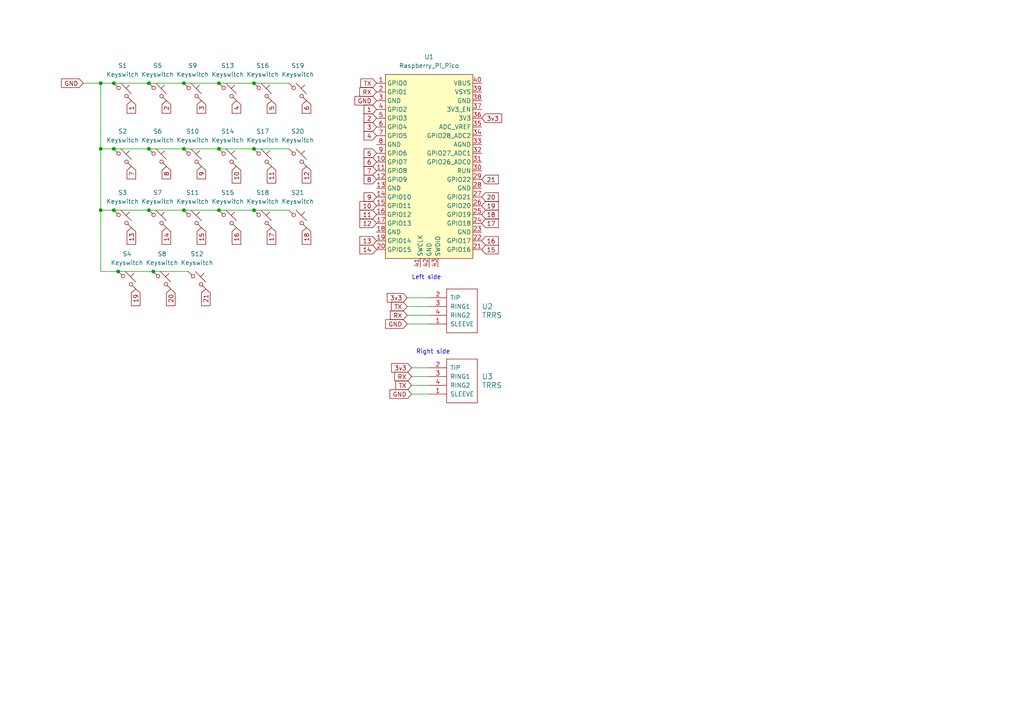
<source format=kicad_sch>
(kicad_sch (version 20231120) (generator "eeschema") (generator_version "8.0")
  (paper "A4")
  (lib_symbols
    (symbol "ScottoKeebs:MCU_Raspberry_Pi_Pico"
      (property "Reference" "U" (at 0 0 0))
      (property "Value" "Raspberry_Pi_Pico" (at 0 27.94 0))
      (symbol "MCU_Raspberry_Pi_Pico_0_1"
        (rectangle (start -12.7 26.67) (end 12.7 -26.67) (fill (type background)))
      )
      (symbol "MCU_Raspberry_Pi_Pico_1_1"
        (pin bidirectional line (at -15.24 24.13 0) (length 2.54) (name "GPIO0") (number "1"))
        (pin bidirectional line (at -15.24 1.27 0) (length 2.54) (name "GPIO7") (number "10"))
        (pin bidirectional line (at -15.24 -1.27 0) (length 2.54) (name "GPIO8") (number "11"))
        (pin bidirectional line (at -15.24 -3.81 0) (length 2.54) (name "GPIO9") (number "12"))
        (pin power_in line (at -15.24 -6.35 0) (length 2.54) (name "GND") (number "13"))
        (pin bidirectional line (at -15.24 -8.89 0) (length 2.54) (name "GPIO10") (number "14"))
        (pin bidirectional line (at -15.24 -11.43 0) (length 2.54) (name "GPIO11") (number "15"))
        (pin bidirectional line (at -15.24 -13.97 0) (length 2.54) (name "GPIO12") (number "16"))
        (pin bidirectional line (at -15.24 -16.51 0) (length 2.54) (name "GPIO13") (number "17"))
        (pin power_in line (at -15.24 -19.05 0) (length 2.54) (name "GND") (number "18"))
        (pin bidirectional line (at -15.24 -21.59 0) (length 2.54) (name "GPIO14") (number "19"))
        (pin bidirectional line (at -15.24 21.59 0) (length 2.54) (name "GPIO1") (number "2"))
        (pin bidirectional line (at -15.24 -24.13 0) (length 2.54) (name "GPIO15") (number "20"))
        (pin bidirectional line (at 15.24 -24.13 180) (length 2.54) (name "GPIO16") (number "21"))
        (pin bidirectional line (at 15.24 -21.59 180) (length 2.54) (name "GPIO17") (number "22"))
        (pin power_in line (at 15.24 -19.05 180) (length 2.54) (name "GND") (number "23"))
        (pin bidirectional line (at 15.24 -16.51 180) (length 2.54) (name "GPIO18") (number "24"))
        (pin bidirectional line (at 15.24 -13.97 180) (length 2.54) (name "GPIO19") (number "25"))
        (pin bidirectional line (at 15.24 -11.43 180) (length 2.54) (name "GPIO20") (number "26"))
        (pin bidirectional line (at 15.24 -8.89 180) (length 2.54) (name "GPIO21") (number "27"))
        (pin power_in line (at 15.24 -6.35 180) (length 2.54) (name "GND") (number "28"))
        (pin bidirectional line (at 15.24 -3.81 180) (length 2.54) (name "GPIO22") (number "29"))
        (pin power_in line (at -15.24 19.05 0) (length 2.54) (name "GND") (number "3"))
        (pin input line (at 15.24 -1.27 180) (length 2.54) (name "RUN") (number "30"))
        (pin bidirectional line (at 15.24 1.27 180) (length 2.54) (name "GPIO26_ADC0") (number "31"))
        (pin bidirectional line (at 15.24 3.81 180) (length 2.54) (name "GPIO27_ADC1") (number "32"))
        (pin power_in line (at 15.24 6.35 180) (length 2.54) (name "AGND") (number "33"))
        (pin bidirectional line (at 15.24 8.89 180) (length 2.54) (name "GPIO28_ADC2") (number "34"))
        (pin power_in line (at 15.24 11.43 180) (length 2.54) (name "ADC_VREF") (number "35"))
        (pin power_in line (at 15.24 13.97 180) (length 2.54) (name "3V3") (number "36"))
        (pin input line (at 15.24 16.51 180) (length 2.54) (name "3V3_EN") (number "37"))
        (pin bidirectional line (at 15.24 19.05 180) (length 2.54) (name "GND") (number "38"))
        (pin power_in line (at 15.24 21.59 180) (length 2.54) (name "VSYS") (number "39"))
        (pin bidirectional line (at -15.24 16.51 0) (length 2.54) (name "GPIO2") (number "4"))
        (pin power_in line (at 15.24 24.13 180) (length 2.54) (name "VBUS") (number "40"))
        (pin input line (at -2.54 -29.21 90) (length 2.54) (name "SWCLK") (number "41"))
        (pin power_in line (at 0 -29.21 90) (length 2.54) (name "GND") (number "42"))
        (pin bidirectional line (at 2.54 -29.21 90) (length 2.54) (name "SWDIO") (number "43"))
        (pin bidirectional line (at -15.24 13.97 0) (length 2.54) (name "GPIO3") (number "5"))
        (pin bidirectional line (at -15.24 11.43 0) (length 2.54) (name "GPIO4") (number "6"))
        (pin bidirectional line (at -15.24 8.89 0) (length 2.54) (name "GPIO5") (number "7"))
        (pin power_in line (at -15.24 6.35 0) (length 2.54) (name "GND") (number "8"))
        (pin bidirectional line (at -15.24 3.81 0) (length 2.54) (name "GPIO6") (number "9"))
      )
    )
    (symbol "ScottoKeebs:Placeholder_Keyswitch" (pin_numbers hide) (pin_names (offset 1.016) hide)
      (property "Reference" "S" (at 3.048 1.016 0))
      (property "Value" "Keyswitch" (at 0 -3.81 0))
      (symbol "Placeholder_Keyswitch_0_1"
        (circle (center -1.1684 1.1684) (radius 0.508))
        (polyline (pts (xy -0.508 2.54) (xy 2.54 -0.508)))
        (polyline (pts (xy 1.016 1.016) (xy 2.032 2.032)))
        (polyline (pts (xy -2.54 2.54) (xy -1.524 1.524) (xy -1.524 1.524)))
        (polyline (pts (xy 1.524 -1.524) (xy 2.54 -2.54) (xy 2.54 -2.54) (xy 2.54 -2.54)))
        (circle (center 1.143 -1.1938) (radius 0.508))
        (pin passive line (at -2.54 2.54 0) (length 0) (name "1") (number "1"))
        (pin passive line (at 2.54 -2.54 180) (length 0) (name "2") (number "2"))
      )
    )
    (symbol "ScottoKeebs:Placeholder_TRRS" (pin_names (offset 1.016))
      (property "Reference" "U" (at 0 15.24 0))
      (property "Value" "TRRS" (at 0 -2.54 0))
      (symbol "Placeholder_TRRS_0_1"
        (rectangle (start -3.81 0) (end -3.81 12.7))
        (rectangle (start -3.81 0) (end 5.08 0))
        (rectangle (start -3.81 12.7) (end 5.08 12.7))
        (rectangle (start 5.08 12.7) (end 5.08 0))
      )
      (symbol "Placeholder_TRRS_1_1"
        (pin input line (at -8.89 2.54 0) (length 5.08) (name "SLEEVE") (number "1"))
        (pin input line (at -8.89 10.16 0) (length 5.08) (name "TIP") (number "2"))
        (pin input line (at -8.89 7.62 0) (length 5.08) (name "RING1") (number "3"))
        (pin input line (at -8.89 5.08 0) (length 5.08) (name "RING2") (number "4"))
      )
    )
  )
  (junction (at 44.45 78.74))
  (junction (at 29.21 24.13))
  (junction (at 73.66 43.18))
  (junction (at 29.21 60.96))
  (junction (at 73.66 60.96))
  (junction (at 53.34 43.18))
  (junction (at 63.5 24.13))
  (junction (at 53.34 24.13))
  (junction (at 43.18 60.96))
  (junction (at 63.5 60.96))
  (junction (at 63.5 43.18))
  (junction (at 33.02 60.96))
  (junction (at 33.02 24.13))
  (junction (at 73.66 24.13))
  (junction (at 43.18 43.18))
  (junction (at 29.21 43.18))
  (junction (at 53.34 60.96))
  (junction (at 43.18 24.13))
  (junction (at 34.29 78.74))
  (junction (at 33.02 43.18))
  (wire (pts (xy 29.21 78.74) (xy 34.29 78.74)))
  (wire (pts (xy 29.21 60.96) (xy 33.02 60.96)))
  (wire (pts (xy 53.34 60.96) (xy 63.5 60.96)))
  (wire (pts (xy 33.02 43.18) (xy 43.18 43.18)))
  (wire (pts (xy 43.18 60.96) (xy 53.34 60.96)))
  (wire (pts (xy 53.34 24.13) (xy 63.5 24.13)))
  (wire (pts (xy 124.46 111.76) (xy 119.38 111.76)))
  (wire (pts (xy 63.5 24.13) (xy 73.66 24.13)))
  (wire (pts (xy 53.34 43.18) (xy 63.5 43.18)))
  (wire (pts (xy 73.66 43.18) (xy 83.82 43.18)))
  (wire (pts (xy 63.5 60.96) (xy 73.66 60.96)))
  (wire (pts (xy 29.21 43.18) (xy 29.21 60.96)))
  (wire (pts (xy 29.21 43.18) (xy 29.21 24.13)))
  (wire (pts (xy 124.46 109.22) (xy 119.38 109.22)))
  (wire (pts (xy 34.29 78.74) (xy 44.45 78.74)))
  (wire (pts (xy 73.66 60.96) (xy 83.82 60.96)))
  (wire (pts (xy 124.46 114.3) (xy 119.38 114.3)))
  (wire (pts (xy 24.13 24.13) (xy 29.21 24.13)))
  (wire (pts (xy 33.02 24.13) (xy 43.18 24.13)))
  (wire (pts (xy 73.66 24.13) (xy 83.82 24.13)))
  (wire (pts (xy 29.21 60.96) (xy 29.21 78.74)))
  (wire (pts (xy 33.02 60.96) (xy 43.18 60.96)))
  (wire (pts (xy 43.18 24.13) (xy 53.34 24.13)))
  (wire (pts (xy 124.46 86.36) (xy 118.11 86.36)))
  (wire (pts (xy 43.18 43.18) (xy 53.34 43.18)))
  (wire (pts (xy 124.46 88.9) (xy 118.11 88.9)))
  (wire (pts (xy 33.02 43.18) (xy 29.21 43.18)))
  (wire (pts (xy 124.46 106.68) (xy 119.38 106.68)))
  (wire (pts (xy 124.46 93.98) (xy 118.11 93.98)))
  (wire (pts (xy 124.46 91.44) (xy 118.11 91.44)))
  (wire (pts (xy 63.5 43.18) (xy 73.66 43.18)))
  (wire (pts (xy 44.45 78.74) (xy 54.61 78.74)))
  (wire (pts (xy 29.21 24.13) (xy 33.02 24.13)))
  (text "Right side" (at 120.65 102.87 0) (effects (font (size 1.27 1.27)) (justify left bottom)))
  (text "Left side" (at 119.38 81.28 0) (effects (font (size 1.27 1.27)) (justify left bottom)))
  (global_label "9" (shape input) (at 58.42 48.26 270) (property "Intersheetrefs" "${INTERSHEET_REFS}" (effects (hide yes))))
  (global_label "17" (shape input) (at 78.74 66.04 270) (property "Intersheetrefs" "${INTERSHEET_REFS}" (effects (hide yes))))
  (global_label "6" (shape input) (at 88.9 29.21 270) (property "Intersheetrefs" "${INTERSHEET_REFS}" (effects (hide yes))))
  (global_label "3v3" (shape input) (at 139.7 34.29 0) (property "Intersheetrefs" "${INTERSHEET_REFS}" (effects (hide yes))))
  (global_label "GND" (shape input) (at 118.11 93.98 180) (property "Intersheetrefs" "${INTERSHEET_REFS}" (effects (hide yes))))
  (global_label "19" (shape input) (at 39.37 83.82 270) (property "Intersheetrefs" "${INTERSHEET_REFS}" (effects (hide yes))))
  (global_label "3" (shape input) (at 58.42 29.21 270) (property "Intersheetrefs" "${INTERSHEET_REFS}" (effects (hide yes))))
  (global_label "6" (shape input) (at 109.22 46.99 180) (property "Intersheetrefs" "${INTERSHEET_REFS}" (effects (hide yes))))
  (global_label "10" (shape input) (at 109.22 59.69 180) (property "Intersheetrefs" "${INTERSHEET_REFS}" (effects (hide yes))))
  (global_label "RX" (shape input) (at 109.22 26.67 180) (property "Intersheetrefs" "${INTERSHEET_REFS}" (effects (hide yes))))
  (global_label "15" (shape input) (at 139.7 72.39 0) (property "Intersheetrefs" "${INTERSHEET_REFS}" (effects (hide yes))))
  (global_label "8" (shape input) (at 48.26 48.26 270) (property "Intersheetrefs" "${INTERSHEET_REFS}" (effects (hide yes))))
  (global_label "16" (shape input) (at 68.58 66.04 270) (property "Intersheetrefs" "${INTERSHEET_REFS}" (effects (hide yes))))
  (global_label "14" (shape input) (at 109.22 72.39 180) (property "Intersheetrefs" "${INTERSHEET_REFS}" (effects (hide yes))))
  (global_label "19" (shape input) (at 139.7 59.69 0) (property "Intersheetrefs" "${INTERSHEET_REFS}" (effects (hide yes))))
  (global_label "20" (shape input) (at 139.7 57.15 0) (property "Intersheetrefs" "${INTERSHEET_REFS}" (effects (hide yes))))
  (global_label "GND" (shape input) (at 119.38 114.3 180) (property "Intersheetrefs" "${INTERSHEET_REFS}" (effects (hide yes))))
  (global_label "GND" (shape input) (at 109.22 29.21 180) (property "Intersheetrefs" "${INTERSHEET_REFS}" (effects (hide yes))))
  (global_label "2" (shape input) (at 48.26 29.21 270) (property "Intersheetrefs" "${INTERSHEET_REFS}" (effects (hide yes))))
  (global_label "RX" (shape input) (at 119.38 109.22 180) (property "Intersheetrefs" "${INTERSHEET_REFS}" (effects (hide yes))))
  (global_label "RX" (shape input) (at 118.11 91.44 180) (property "Intersheetrefs" "${INTERSHEET_REFS}" (effects (hide yes))))
  (global_label "15" (shape input) (at 58.42 66.04 270) (property "Intersheetrefs" "${INTERSHEET_REFS}" (effects (hide yes))))
  (global_label "21" (shape input) (at 139.7 52.07 0) (property "Intersheetrefs" "${INTERSHEET_REFS}" (effects (hide yes))))
  (global_label "1" (shape input) (at 38.1 29.21 270) (property "Intersheetrefs" "${INTERSHEET_REFS}" (effects (hide yes))))
  (global_label "3v3" (shape input) (at 119.38 106.68 180) (property "Intersheetrefs" "${INTERSHEET_REFS}" (effects (hide yes))))
  (global_label "12" (shape input) (at 109.22 64.77 180) (property "Intersheetrefs" "${INTERSHEET_REFS}" (effects (hide yes))))
  (global_label "4" (shape input) (at 68.58 29.21 270) (property "Intersheetrefs" "${INTERSHEET_REFS}" (effects (hide yes))))
  (global_label "8" (shape input) (at 109.22 52.07 180) (property "Intersheetrefs" "${INTERSHEET_REFS}" (effects (hide yes))))
  (global_label "TX" (shape input) (at 119.38 111.76 180) (property "Intersheetrefs" "${INTERSHEET_REFS}" (effects (hide yes))))
  (global_label "18" (shape input) (at 88.9 66.04 270) (property "Intersheetrefs" "${INTERSHEET_REFS}" (effects (hide yes))))
  (global_label "17" (shape input) (at 139.7 64.77 0) (property "Intersheetrefs" "${INTERSHEET_REFS}" (effects (hide yes))))
  (global_label "3" (shape input) (at 109.22 36.83 180) (property "Intersheetrefs" "${INTERSHEET_REFS}" (effects (hide yes))))
  (global_label "18" (shape input) (at 139.7 62.23 0) (property "Intersheetrefs" "${INTERSHEET_REFS}" (effects (hide yes))))
  (global_label "13" (shape input) (at 38.1 66.04 270) (property "Intersheetrefs" "${INTERSHEET_REFS}" (effects (hide yes))))
  (global_label "9" (shape input) (at 109.22 57.15 180) (property "Intersheetrefs" "${INTERSHEET_REFS}" (effects (hide yes))))
  (global_label "5" (shape input) (at 78.74 29.21 270) (property "Intersheetrefs" "${INTERSHEET_REFS}" (effects (hide yes))))
  (global_label "GND" (shape input) (at 24.13 24.13 180) (property "Intersheetrefs" "${INTERSHEET_REFS}" (effects (hide yes))))
  (global_label "7" (shape input) (at 38.1 48.26 270) (property "Intersheetrefs" "${INTERSHEET_REFS}" (effects (hide yes))))
  (global_label "TX" (shape input) (at 109.22 24.13 180) (property "Intersheetrefs" "${INTERSHEET_REFS}" (effects (hide yes))))
  (global_label "4" (shape input) (at 109.22 39.37 180) (property "Intersheetrefs" "${INTERSHEET_REFS}" (effects (hide yes))))
  (global_label "TX" (shape input) (at 118.11 88.9 180) (property "Intersheetrefs" "${INTERSHEET_REFS}" (effects (hide yes))))
  (global_label "7" (shape input) (at 109.22 49.53 180) (property "Intersheetrefs" "${INTERSHEET_REFS}" (effects (hide yes))))
  (global_label "12" (shape input) (at 88.9 48.26 270) (property "Intersheetrefs" "${INTERSHEET_REFS}" (effects (hide yes))))
  (global_label "11" (shape input) (at 78.74 48.26 270) (property "Intersheetrefs" "${INTERSHEET_REFS}" (effects (hide yes))))
  (global_label "1" (shape input) (at 109.22 31.75 180) (property "Intersheetrefs" "${INTERSHEET_REFS}" (effects (hide yes))))
  (global_label "13" (shape input) (at 109.22 69.85 180) (property "Intersheetrefs" "${INTERSHEET_REFS}" (effects (hide yes))))
  (global_label "16" (shape input) (at 139.7 69.85 0) (property "Intersheetrefs" "${INTERSHEET_REFS}" (effects (hide yes))))
  (global_label "20" (shape input) (at 49.53 83.82 270) (property "Intersheetrefs" "${INTERSHEET_REFS}" (effects (hide yes))))
  (global_label "21" (shape input) (at 59.69 83.82 270) (property "Intersheetrefs" "${INTERSHEET_REFS}" (effects (hide yes))))
  (global_label "10" (shape input) (at 68.58 48.26 270) (property "Intersheetrefs" "${INTERSHEET_REFS}" (effects (hide yes))))
  (global_label "2" (shape input) (at 109.22 34.29 180) (property "Intersheetrefs" "${INTERSHEET_REFS}" (effects (hide yes))))
  (global_label "5" (shape input) (at 109.22 44.45 180) (property "Intersheetrefs" "${INTERSHEET_REFS}" (effects (hide yes))))
  (global_label "3v3" (shape input) (at 118.11 86.36 180) (property "Intersheetrefs" "${INTERSHEET_REFS}" (effects (hide yes))))
  (global_label "14" (shape input) (at 48.26 66.04 270) (property "Intersheetrefs" "${INTERSHEET_REFS}" (effects (hide yes))))
  (global_label "11" (shape input) (at 109.22 62.23 180) (property "Intersheetrefs" "${INTERSHEET_REFS}" (effects (hide yes))))
  (symbol (lib_id "ScottoKeebs:Placeholder_Keyswitch") (at 36.83 81.28 0) (unit 1)
    (property "Reference" "S4" (at 36.83 73.66 0))
    (property "Value" "Keyswitch" (at 36.83 76.2 0))
    (property "Footprint" "ScottoKeebs_Cutout:Cutout_MX_1.00u" (effects (hide yes)))
  )
  (symbol (lib_id "ScottoKeebs:Placeholder_Keyswitch") (at 86.36 45.72 0) (unit 1)
    (property "Reference" "S20" (at 86.36 38.1 0))
    (property "Value" "Keyswitch" (at 86.36 40.64 0))
    (property "Footprint" "ScottoKeebs_Cutout:Cutout_MX_1.00u" (effects (hide yes)))
  )
  (symbol (lib_id "ScottoKeebs:Placeholder_Keyswitch") (at 55.88 63.5 0) (unit 1)
    (property "Reference" "S11" (at 55.88 55.88 0))
    (property "Value" "Keyswitch" (at 55.88 58.42 0))
    (property "Footprint" "ScottoKeebs_Cutout:Cutout_MX_1.00u" (effects (hide yes)))
  )
  (symbol (lib_id "ScottoKeebs:Placeholder_Keyswitch") (at 76.2 45.72 0) (unit 1)
    (property "Reference" "S17" (at 76.2 38.1 0))
    (property "Value" "Keyswitch" (at 76.2 40.64 0))
    (property "Footprint" "ScottoKeebs_Cutout:Cutout_MX_1.00u" (effects (hide yes)))
  )
  (symbol (lib_id "ScottoKeebs:Placeholder_Keyswitch") (at 76.2 63.5 0) (unit 1)
    (property "Reference" "S18" (at 76.2 55.88 0))
    (property "Value" "Keyswitch" (at 76.2 58.42 0))
    (property "Footprint" "ScottoKeebs_Cutout:Cutout_MX_1.00u" (effects (hide yes)))
  )
  (symbol (lib_id "ScottoKeebs:Placeholder_Keyswitch") (at 46.99 81.28 0) (unit 1)
    (property "Reference" "S8" (at 46.99 73.66 0))
    (property "Value" "Keyswitch" (at 46.99 76.2 0))
    (property "Footprint" "ScottoKeebs_Cutout:Cutout_MX_1.00u" (effects (hide yes)))
  )
  (symbol (lib_id "ScottoKeebs:Placeholder_Keyswitch") (at 45.72 45.72 0) (unit 1)
    (property "Reference" "S6" (at 45.72 38.1 0))
    (property "Value" "Keyswitch" (at 45.72 40.64 0))
    (property "Footprint" "ScottoKeebs_Cutout:Cutout_MX_1.00u" (effects (hide yes)))
  )
  (symbol (lib_id "ScottoKeebs:Placeholder_Keyswitch") (at 55.88 45.72 0) (unit 1)
    (property "Reference" "S10" (at 55.88 38.1 0))
    (property "Value" "Keyswitch" (at 55.88 40.64 0))
    (property "Footprint" "ScottoKeebs_Cutout:Cutout_MX_1.00u" (effects (hide yes)))
  )
  (symbol (lib_id "ScottoKeebs:Placeholder_Keyswitch") (at 66.04 26.67 0) (unit 1)
    (property "Reference" "S13" (at 66.04 19.05 0))
    (property "Value" "Keyswitch" (at 66.04 21.59 0))
    (property "Footprint" "ScottoKeebs_Cutout:Cutout_MX_1.00u" (effects (hide yes)))
  )
  (symbol (lib_id "ScottoKeebs:Placeholder_Keyswitch") (at 66.04 45.72 0) (unit 1)
    (property "Reference" "S14" (at 66.04 38.1 0))
    (property "Value" "Keyswitch" (at 66.04 40.64 0))
    (property "Footprint" "ScottoKeebs_Cutout:Cutout_MX_1.00u" (effects (hide yes)))
  )
  (symbol (lib_id "ScottoKeebs:Placeholder_Keyswitch") (at 86.36 26.67 0) (unit 1)
    (property "Reference" "S19" (at 86.36 19.05 0))
    (property "Value" "Keyswitch" (at 86.36 21.59 0))
    (property "Footprint" "ScottoKeebs_Cutout:Cutout_MX_1.00u" (effects (hide yes)))
  )
  (symbol (lib_id "ScottoKeebs:Placeholder_Keyswitch") (at 55.88 26.67 0) (unit 1)
    (property "Reference" "S9" (at 55.88 19.05 0))
    (property "Value" "Keyswitch" (at 55.88 21.59 0))
    (property "Footprint" "ScottoKeebs_Cutout:Cutout_MX_1.00u" (effects (hide yes)))
  )
  (symbol (lib_id "ScottoKeebs:Placeholder_Keyswitch") (at 66.04 63.5 0) (unit 1)
    (property "Reference" "S15" (at 66.04 55.88 0))
    (property "Value" "Keyswitch" (at 66.04 58.42 0))
    (property "Footprint" "ScottoKeebs_Cutout:Cutout_MX_1.00u" (effects (hide yes)))
  )
  (symbol (lib_id "ScottoKeebs:Placeholder_Keyswitch") (at 76.2 26.67 0) (unit 1)
    (property "Reference" "S16" (at 76.2 19.05 0))
    (property "Value" "Keyswitch" (at 76.2 21.59 0))
    (property "Footprint" "ScottoKeebs_Cutout:Cutout_MX_1.00u" (effects (hide yes)))
  )
  (symbol (lib_id "ScottoKeebs:Placeholder_Keyswitch") (at 35.56 63.5 0) (unit 1)
    (property "Reference" "S3" (at 35.56 55.88 0))
    (property "Value" "Keyswitch" (at 35.56 58.42 0))
    (property "Footprint" "ScottoKeebs_Cutout:Cutout_MX_1.00u" (effects (hide yes)))
  )
  (symbol (lib_id "ScottoKeebs:Placeholder_Keyswitch") (at 35.56 26.67 0) (unit 1)
    (property "Reference" "S1" (at 35.56 19.05 0))
    (property "Value" "Keyswitch" (at 35.56 21.59 0))
    (property "Footprint" "ScottoKeebs_Cutout:Cutout_MX_1.00u" (effects (hide yes)))
  )
  (symbol (lib_id "ScottoKeebs:Placeholder_Keyswitch") (at 35.56 45.72 0) (unit 1)
    (property "Reference" "S2" (at 35.56 38.1 0))
    (property "Value" "Keyswitch" (at 35.56 40.64 0))
    (property "Footprint" "ScottoKeebs_Cutout:Cutout_MX_1.00u" (effects (hide yes)))
  )
  (symbol (lib_id "ScottoKeebs:Placeholder_TRRS") (at 133.35 96.52 0) (unit 1)
    (property "Reference" "U2" (at 139.7 88.8999 0) (effects (font (size 1.524 1.524)) (justify left)))
    (property "Value" "TRRS" (at 139.7 91.4399 0) (effects (font (size 1.524 1.524)) (justify left)))
    (property "Footprint" "ScottoKeebs_Components:TRRS_PJ-320A" (effects (hide yes)))
  )
  (symbol (lib_id "ScottoKeebs:Placeholder_Keyswitch") (at 57.15 81.28 0) (unit 1)
    (property "Reference" "S12" (at 57.15 73.66 0))
    (property "Value" "Keyswitch" (at 57.15 76.2 0))
    (property "Footprint" "ScottoKeebs_Cutout:Cutout_MX_1.00u" (effects (hide yes)))
  )
  (symbol (lib_id "ScottoKeebs:MCU_Raspberry_Pi_Pico") (at 124.46 48.26 0) (unit 1)
    (property "Reference" "U1" (at 124.46 16.51 0))
    (property "Value" "Raspberry_Pi_Pico" (at 124.46 19.05 0))
    (property "Footprint" "Library:Pico_modded_clean" (effects (hide yes)))
  )
  (symbol (lib_id "ScottoKeebs:Placeholder_TRRS") (at 133.35 116.84 0) (unit 1)
    (property "Reference" "U3" (at 139.7 109.2199 0) (effects (font (size 1.524 1.524)) (justify left)))
    (property "Value" "TRRS" (at 139.7 111.7599 0) (effects (font (size 1.524 1.524)) (justify left)))
    (property "Footprint" "ScottoKeebs_Components:TRRS_PJ-320A" (effects (hide yes)))
  )
  (symbol (lib_id "ScottoKeebs:Placeholder_Keyswitch") (at 45.72 63.5 0) (unit 1)
    (property "Reference" "S7" (at 45.72 55.88 0))
    (property "Value" "Keyswitch" (at 45.72 58.42 0))
    (property "Footprint" "ScottoKeebs_Cutout:Cutout_MX_1.00u" (effects (hide yes)))
  )
  (symbol (lib_id "ScottoKeebs:Placeholder_Keyswitch") (at 86.36 63.5 0) (unit 1)
    (property "Reference" "S21" (at 86.36 55.88 0))
    (property "Value" "Keyswitch" (at 86.36 58.42 0))
    (property "Footprint" "ScottoKeebs_Cutout:Cutout_MX_1.00u" (effects (hide yes)))
  )
  (symbol (lib_id "ScottoKeebs:Placeholder_Keyswitch") (at 45.72 26.67 0) (unit 1)
    (property "Reference" "S5" (at 45.72 19.05 0))
    (property "Value" "Keyswitch" (at 45.72 21.59 0))
    (property "Footprint" "ScottoKeebs_Cutout:Cutout_MX_1.00u" (effects (hide yes)))
  )
)
</source>
